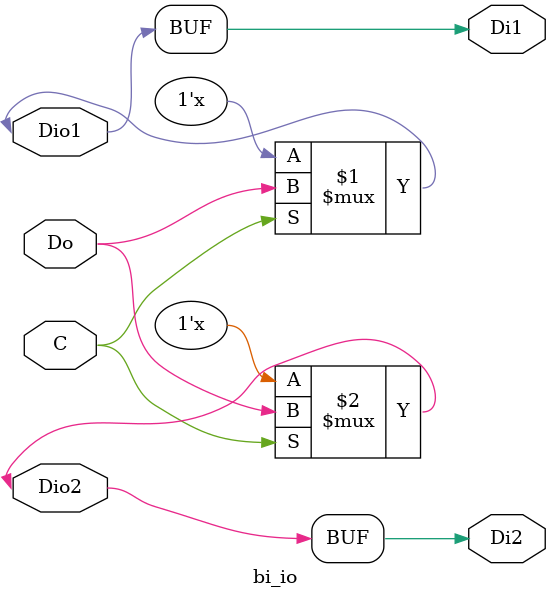
<source format=v>

module bi_io (C,Di1,Di2,Do,Dio1,Dio2);
input  C,Do;		// ¤@¦ì¤¸¿é¤J
output Di1,Di2;		// ¤@¦ì¤¸¿é¥X
inout  Dio1,Dio2;	// ¤@¦ì¤¸Âù¦V¿é¥X¤J

// ¨Ï¥ÎÅÞ¿è¹h¼h¦¸±Ô­z
bufif1 (Dio1, Do, C);
buf    (Di1, Dio1); 

// ¨Ï¥Î assign ±Ô­z
assign Dio2 = C ? Do : 1'bz;
assign Di2 = Dio2; 

endmodule

</source>
